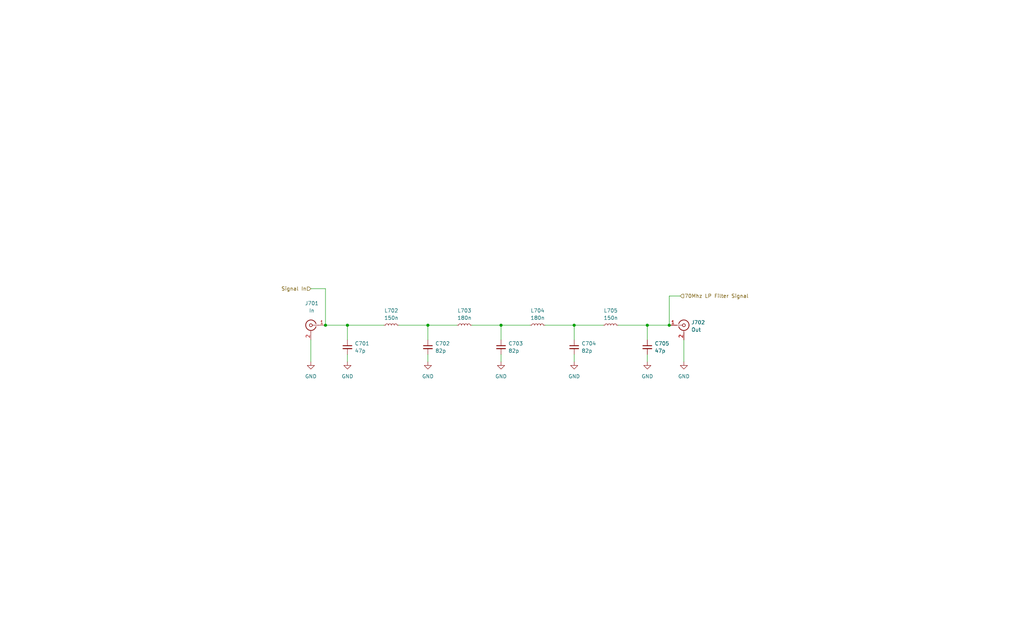
<source format=kicad_sch>
(kicad_sch (version 20230121) (generator eeschema)
  (paper "USLegal")
  (title_block (title "Spectrum Analyzer: 70MHz Low Pass Filter") (date "2022-08-23") (rev "0") (company "Andy McCann KA3KAF and Doug McCann KA3KAG") (comment 2 "Terry White K7TAU") (comment 3 "Wes Hayward W7ZOI") (comment 4 "Original Design By:"))
  (lib_symbols
    (symbol "Connector:Conn_Coaxial" (pin_names (offset 1.016) hide)
      (property "Reference" "J" (at 0.254 3.048 0))
      (property "Value" "Conn_Coaxial" (at 2.921 0 90))
      (symbol "Conn_Coaxial_0_1"
        (arc (start -1.778 -0.508) (mid 0.2311 -1.8066) (end 1.778 0) (stroke (width 0.254)))
        (polyline (pts (xy -2.54 0) (xy -0.508 0)))
        (polyline (pts (xy 0 -2.54) (xy 0 -1.778)))
        (circle (center 0 0) (radius 0.508) (stroke (width 0.2032)))
        (arc (start 1.778 0) (mid 0.2099 1.8101) (end -1.778 0.508) (stroke (width 0.254)))
      )
      (symbol "Conn_Coaxial_1_1"
        (pin passive line (at -5.08 0 0) (length 2.54) (name "In") (number "1"))
        (pin passive line (at 0 -5.08 90) (length 2.54) (name "Ext") (number "2"))
      )
    )
    (symbol "Device:C_Small" (pin_numbers hide) (pin_names (offset 0.254) hide)
      (property "Reference" "C" (at 0.254 1.778 0))
      (property "Value" "C_Small" (at 0.254 -2.032 0))
      (symbol "C_Small_0_1"
        (polyline (pts (xy -1.524 -0.508) (xy 1.524 -0.508)) (stroke (width 0.3302)))
        (polyline (pts (xy -1.524 0.508) (xy 1.524 0.508)) (stroke (width 0.3048)))
      )
      (symbol "C_Small_1_1"
        (pin passive line (at 0 2.54 270) (length 2.032) (name "~") (number "1"))
        (pin passive line (at 0 -2.54 90) (length 2.032) (name "~") (number "2"))
      )
    )
    (symbol "Device:L_Small" (pin_numbers hide) (pin_names (offset 0.254) hide)
      (property "Reference" "L" (at 0.762 1.016 0))
      (property "Value" "L_Small" (at 0.762 -1.016 0))
      (symbol "L_Small_0_1"
        (arc (start 0 -2.032) (mid 0.5058 -1.524) (end 0 -1.016))
        (arc (start 0 -1.016) (mid 0.5058 -0.508) (end 0 0))
        (arc (start 0 0) (mid 0.5058 0.508) (end 0 1.016))
        (arc (start 0 1.016) (mid 0.5058 1.524) (end 0 2.032))
      )
      (symbol "L_Small_1_1"
        (pin passive line (at 0 2.54 270) (length 0.508) (name "~") (number "1"))
        (pin passive line (at 0 -2.54 90) (length 0.508) (name "~") (number "2"))
      )
    )
    (symbol "power:GND" (power) (pin_names (offset 0))
      (property "Value" "GND" (at 0 -3.81 0))
      (symbol "GND_0_1"
        (polyline (pts (xy 0 0) (xy 0 -1.27) (xy 1.27 -1.27) (xy 0 -2.54) (xy -1.27 -1.27) (xy 0 -1.27)))
      )
      (symbol "GND_1_1"
        (pin power_in line (at 0 0 270) (length 0) hide (name "GND") (number "1"))
      )
    )
  )
  (junction (at 148.59 113.03))
  (junction (at 113.03 113.03))
  (junction (at 232.41 113.03))
  (junction (at 224.79 113.03))
  (junction (at 173.99 113.03))
  (junction (at 199.39 113.03))
  (junction (at 120.65 113.03))
  (wire (pts (xy 163.83 113.03) (xy 173.99 113.03)))
  (wire (pts (xy 224.79 125.73) (xy 224.79 123.19)))
  (wire (pts (xy 232.41 113.03) (xy 232.41 102.87)))
  (wire (pts (xy 199.39 118.11) (xy 199.39 113.03)))
  (wire (pts (xy 148.59 118.11) (xy 148.59 113.03)))
  (wire (pts (xy 214.63 113.03) (xy 224.79 113.03)))
  (wire (pts (xy 107.95 100.33) (xy 113.03 100.33)))
  (wire (pts (xy 173.99 113.03) (xy 184.15 113.03)))
  (wire (pts (xy 138.43 113.03) (xy 148.59 113.03)))
  (wire (pts (xy 133.35 113.03) (xy 120.65 113.03)))
  (wire (pts (xy 120.65 113.03) (xy 120.65 118.11)))
  (wire (pts (xy 224.79 113.03) (xy 224.79 118.11)))
  (wire (pts (xy 148.59 125.73) (xy 148.59 123.19)))
  (wire (pts (xy 173.99 118.11) (xy 173.99 113.03)))
  (wire (pts (xy 232.41 102.87) (xy 236.22 102.87)))
  (wire (pts (xy 199.39 125.73) (xy 199.39 123.19)))
  (wire (pts (xy 237.49 118.11) (xy 237.49 125.73)))
  (wire (pts (xy 113.03 100.33) (xy 113.03 113.03)))
  (wire (pts (xy 232.41 113.03) (xy 224.79 113.03)))
  (wire (pts (xy 113.03 113.03) (xy 120.65 113.03)))
  (wire (pts (xy 173.99 125.73) (xy 173.99 123.19)))
  (wire (pts (xy 189.23 113.03) (xy 199.39 113.03)))
  (wire (pts (xy 120.65 125.73) (xy 120.65 123.19)))
  (wire (pts (xy 199.39 113.03) (xy 209.55 113.03)))
  (wire (pts (xy 148.59 113.03) (xy 158.75 113.03)))
  (wire (pts (xy 107.95 118.11) (xy 107.95 125.73)))
  (hierarchical_label "70Mhz LP Filter Signal" (shape input) (at 236.22 102.87 0))
  (hierarchical_label "Signal In" (shape input) (at 107.95 100.33 180))
  (symbol (lib_id "power:GND") (at 199.39 125.73 0) (unit 1)
    (property "Reference" "#PWR0705" (effects hide))
    (property "Value" "GND" (at 199.39 130.81 0))
  )
  (symbol (lib_id "power:GND") (at 173.99 125.73 0) (unit 1)
    (property "Reference" "#PWR0704" (effects hide))
    (property "Value" "GND" (at 173.99 130.81 0))
  )
  (symbol (lib_id "power:GND") (at 120.65 125.73 0) (unit 1)
    (property "Reference" "#PWR0702" (effects hide))
    (property "Value" "GND" (at 120.65 130.81 0))
  )
  (symbol (lib_id "Device:C_Small") (at 173.99 120.65 0) (unit 1)
    (property "Reference" "C703" (at 176.53 119.3862 0) (effects (justify left)))
    (property "Value" "82p" (at 176.53 121.9262 0) (effects (justify left)))
    (property "Footprint" "Capacitor_SMD:C_0603_1608Metric_Pad1.08x0.95mm_HandSolder" (effects hide))
  )
  (symbol (lib_id "power:GND") (at 148.59 125.73 0) (unit 1)
    (property "Reference" "#PWR0703" (effects hide))
    (property "Value" "GND" (at 148.59 130.81 0))
  )
  (symbol (lib_id "Device:L_Small") (at 212.09 113.03 90) (unit 1)
    (property "Reference" "L705" (at 212.09 107.95 90))
    (property "Value" "150n" (at 212.09 110.49 90))
    (property "Footprint" "Inductor_SMD:L_0603_1608Metric_Pad1.05x0.95mm_HandSolder" (effects hide))
  )
  (symbol (lib_id "Device:C_Small") (at 148.59 120.65 0) (unit 1)
    (property "Reference" "C702" (at 151.13 119.3862 0) (effects (justify left)))
    (property "Value" "82p" (at 151.13 121.9262 0) (effects (justify left)))
    (property "Footprint" "Capacitor_SMD:C_0603_1608Metric_Pad1.08x0.95mm_HandSolder" (effects hide))
  )
  (symbol (lib_id "power:GND") (at 107.95 125.73 0) (unit 1)
    (property "Reference" "#PWR0701" (effects hide))
    (property "Value" "GND" (at 107.95 130.81 0))
  )
  (symbol (lib_id "Connector:Conn_Coaxial") (at 107.95 113.03 0) (mirror y) (unit 1)
    (property "Reference" "J701" (at 108.2674 105.41 0))
    (property "Value" "In" (at 108.2674 107.95 0))
    (property "Footprint" "Connector_Wire:SolderWire-0.5sqmm_1x02_P4.6mm_D0.9mm_OD2.1mm" (effects hide))
    (property "Sim.Enable" "0" (effects hide))
    (property "Sim.Device" "SPICE" (effects hide))
    (property "Sim.Params" "type=\"J\" model=\"Conn_Coaxial\" lib=\"\"" (effects hide))
    (property "Sim.Pins" "1=1 2=2" (effects hide))
  )
  (symbol (lib_id "power:GND") (at 237.49 125.73 0) (unit 1)
    (property "Reference" "#PWR0707" (effects hide))
    (property "Value" "GND" (at 237.49 130.81 0))
  )
  (symbol (lib_id "Connector:Conn_Coaxial") (at 237.49 113.03 0) (unit 1)
    (property "Reference" "J702" (at 240.03 112.0531 0) (effects (justify left)))
    (property "Value" "Out" (at 240.03 114.5931 0) (effects (justify left)))
    (property "Footprint" "Connector_Wire:SolderWire-0.5sqmm_1x02_P4.6mm_D0.9mm_OD2.1mm" (effects hide))
    (property "Sim.Enable" "0" (effects hide))
    (property "Sim.Device" "SPICE" (effects hide))
    (property "Sim.Params" "type=\"J\" model=\"Conn_Coaxial\" lib=\"\"" (effects hide))
    (property "Sim.Pins" "1=1 2=2" (effects hide))
  )
  (symbol (lib_id "Device:C_Small") (at 199.39 120.65 0) (unit 1)
    (property "Reference" "C704" (at 201.93 119.3862 0) (effects (justify left)))
    (property "Value" "82p" (at 201.93 121.9262 0) (effects (justify left)))
    (property "Footprint" "Capacitor_SMD:C_0603_1608Metric_Pad1.08x0.95mm_HandSolder" (effects hide))
  )
  (symbol (lib_id "Device:C_Small") (at 224.79 120.65 0) (unit 1)
    (property "Reference" "C705" (at 227.33 119.3862 0) (effects (justify left)))
    (property "Value" "47p" (at 227.33 121.9262 0) (effects (justify left)))
    (property "Footprint" "Capacitor_SMD:C_0603_1608Metric_Pad1.08x0.95mm_HandSolder" (effects hide))
  )
  (symbol (lib_id "Device:L_Small") (at 186.69 113.03 90) (unit 1)
    (property "Reference" "L704" (at 186.69 107.95 90))
    (property "Value" "180n" (at 186.69 110.49 90))
    (property "Footprint" "Inductor_SMD:L_0603_1608Metric_Pad1.05x0.95mm_HandSolder" (effects hide))
  )
  (symbol (lib_id "Device:L_Small") (at 135.89 113.03 90) (unit 1)
    (property "Reference" "L702" (at 135.89 107.95 90))
    (property "Value" "150n" (at 135.89 110.49 90))
    (property "Footprint" "Inductor_SMD:L_0603_1608Metric_Pad1.05x0.95mm_HandSolder" (effects hide))
  )
  (symbol (lib_id "power:GND") (at 224.79 125.73 0) (unit 1)
    (property "Reference" "#PWR0706" (effects hide))
    (property "Value" "GND" (at 224.79 130.81 0))
  )
  (symbol (lib_id "Device:L_Small") (at 161.29 113.03 90) (unit 1)
    (property "Reference" "L703" (at 161.29 107.95 90))
    (property "Value" "180n" (at 161.29 110.49 90))
    (property "Footprint" "Inductor_SMD:L_0603_1608Metric_Pad1.05x0.95mm_HandSolder" (effects hide))
  )
  (symbol (lib_id "Device:C_Small") (at 120.65 120.65 0) (unit 1)
    (property "Reference" "C701" (at 123.19 119.3862 0) (effects (justify left)))
    (property "Value" "47p" (at 123.19 121.9262 0) (effects (justify left)))
    (property "Footprint" "Capacitor_SMD:C_0603_1608Metric_Pad1.08x0.95mm_HandSolder" (effects hide))
  )
)
</source>
